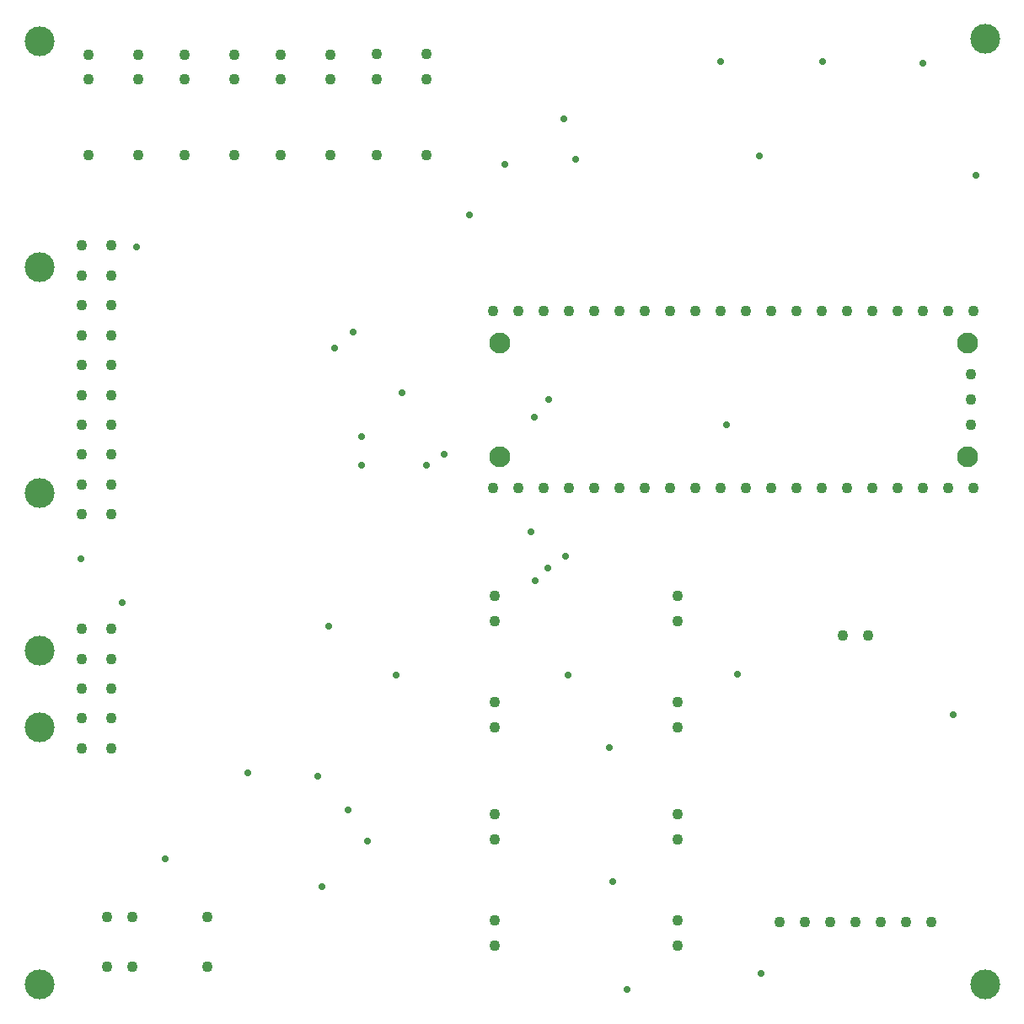
<source format=gbr>
%TF.GenerationSoftware,Altium Limited,Altium Designer,23.4.1 (23)*%
G04 Layer_Color=0*
%FSLAX45Y45*%
%MOMM*%
%TF.SameCoordinates,A75527D8-0430-496F-940A-C9051ED7E30B*%
%TF.FilePolarity,Positive*%
%TF.FileFunction,Plated,1,2,PTH,Drill*%
%TF.Part,Single*%
G01*
G75*
%TA.AperFunction,ComponentDrill*%
%ADD66C,1.10000*%
%ADD67C,3.00000*%
%ADD68C,1.10000*%
%TA.AperFunction,ViaDrill,NotFilled*%
%ADD69C,2.10000*%
%ADD70C,0.71120*%
%ADD71C,3.00000*%
D66*
X975000Y2925000D02*
D03*
Y3525000D02*
D03*
Y3225000D02*
D03*
Y3825000D02*
D03*
X675000Y3525000D02*
D03*
Y3225000D02*
D03*
Y2925000D02*
D03*
Y2625000D02*
D03*
X975000D02*
D03*
X675000Y3825000D02*
D03*
Y6175000D02*
D03*
Y7075000D02*
D03*
Y6775000D02*
D03*
Y7675000D02*
D03*
Y7375000D02*
D03*
Y6475000D02*
D03*
Y5275000D02*
D03*
Y4975000D02*
D03*
Y5875000D02*
D03*
Y5575000D02*
D03*
X975000Y4975000D02*
D03*
Y5275000D02*
D03*
Y5575000D02*
D03*
Y5875000D02*
D03*
Y6175000D02*
D03*
Y6475000D02*
D03*
Y6775000D02*
D03*
Y7075000D02*
D03*
Y7375000D02*
D03*
Y7675000D02*
D03*
X1247500Y8582500D02*
D03*
Y9342500D02*
D03*
Y9592500D02*
D03*
X747500D02*
D03*
Y9342500D02*
D03*
Y8582500D02*
D03*
X4140000Y8587500D02*
D03*
Y9347500D02*
D03*
Y9597500D02*
D03*
X3640000D02*
D03*
Y9347500D02*
D03*
Y8587500D02*
D03*
X3175000Y8585000D02*
D03*
Y9345000D02*
D03*
Y9595000D02*
D03*
X2675000D02*
D03*
Y9345000D02*
D03*
Y8585000D02*
D03*
X2210000Y8582500D02*
D03*
Y9342500D02*
D03*
Y9592500D02*
D03*
X1710000D02*
D03*
Y9342500D02*
D03*
Y8582500D02*
D03*
X9612600Y6379000D02*
D03*
Y5871000D02*
D03*
Y6125000D02*
D03*
X4825000Y1961000D02*
D03*
Y1707000D02*
D03*
Y641000D02*
D03*
X6665000Y895000D02*
D03*
Y641000D02*
D03*
X4825000Y895000D02*
D03*
X6665000Y1707000D02*
D03*
Y1961000D02*
D03*
Y4158500D02*
D03*
Y3904500D02*
D03*
X4825000Y3092500D02*
D03*
X6665000Y2838500D02*
D03*
Y3092500D02*
D03*
X4825000Y2838500D02*
D03*
Y3904500D02*
D03*
Y4158500D02*
D03*
D67*
X256500Y3609000D02*
D03*
X256500Y2839000D02*
D03*
Y5189000D02*
D03*
X256500Y7459000D02*
D03*
D68*
X1940000Y932500D02*
D03*
X1180000D02*
D03*
X930000D02*
D03*
Y432500D02*
D03*
X1180000D02*
D03*
X1940000D02*
D03*
X6590000Y7014000D02*
D03*
X7860000D02*
D03*
X9130000Y5236000D02*
D03*
X7860000D02*
D03*
X4812000Y7014000D02*
D03*
X5066000D02*
D03*
X5574000D02*
D03*
X5828000D02*
D03*
X6082000D02*
D03*
X6336000D02*
D03*
X6844000D02*
D03*
X7098000D02*
D03*
X7352000D02*
D03*
X7606000D02*
D03*
X8114000D02*
D03*
X8368000D02*
D03*
X8622000D02*
D03*
X8876000D02*
D03*
X9384000D02*
D03*
X9638000D02*
D03*
Y5236000D02*
D03*
X9384000D02*
D03*
X8876000D02*
D03*
X8622000D02*
D03*
X8368000D02*
D03*
X8114000D02*
D03*
X7606000D02*
D03*
X7352000D02*
D03*
X7098000D02*
D03*
X6844000D02*
D03*
X6336000D02*
D03*
X6082000D02*
D03*
X5828000D02*
D03*
X5574000D02*
D03*
X5066000D02*
D03*
X4812000D02*
D03*
X5320000D02*
D03*
X6590000D02*
D03*
X5320000Y7014000D02*
D03*
X9130000D02*
D03*
X8958000Y880000D02*
D03*
X7688000D02*
D03*
X7942000D02*
D03*
X8196000D02*
D03*
X8450000D02*
D03*
X8704000D02*
D03*
X9212000D02*
D03*
X8572000Y3760000D02*
D03*
X8318000D02*
D03*
D69*
X9575000Y5555001D02*
D03*
X4874999Y6695000D02*
D03*
X9575000D02*
D03*
X4874999Y5555001D02*
D03*
D70*
X5565000Y3360000D02*
D03*
X3092500Y1235000D02*
D03*
X7155000Y5875000D02*
D03*
X4317500Y5580000D02*
D03*
X4140000Y5471500D02*
D03*
X3490000D02*
D03*
Y5756268D02*
D03*
X3154366Y3851641D02*
D03*
X3835200Y3360200D02*
D03*
X7487500Y8577500D02*
D03*
X4925000Y8492500D02*
D03*
X9662500Y8380000D02*
D03*
X6012500Y1287500D02*
D03*
X667500Y4527500D02*
D03*
X3215000Y6647500D02*
D03*
X5640000Y8540000D02*
D03*
X5235000Y4305000D02*
D03*
X5360000Y4431500D02*
D03*
X1517700Y1517700D02*
D03*
X9130000Y9510000D02*
D03*
X7090000Y9520000D02*
D03*
X1080000Y4090000D02*
D03*
X4570000Y7980000D02*
D03*
X9430000Y2965000D02*
D03*
X3350000Y2005000D02*
D03*
X3050000Y2340000D02*
D03*
X3550000Y1690000D02*
D03*
X7497500Y360000D02*
D03*
X2345000Y2380000D02*
D03*
X7260000Y3367500D02*
D03*
X1230000Y7660000D02*
D03*
X5190000Y4800000D02*
D03*
X3890000Y6200000D02*
D03*
X3400000Y6810000D02*
D03*
X5220000Y5950000D02*
D03*
X5370000Y6130000D02*
D03*
X5540000Y4550000D02*
D03*
X5520000Y8950000D02*
D03*
X5980000Y2630000D02*
D03*
X8120000Y9520000D02*
D03*
X6150000Y200000D02*
D03*
D71*
X250000Y250000D02*
D03*
Y9725000D02*
D03*
X9750000Y250000D02*
D03*
Y9750000D02*
D03*
%TF.MD5,fdf33b99ee0009780493ecc88463596c*%
M02*

</source>
